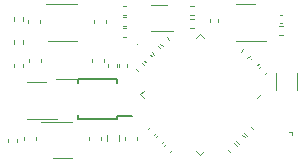
<source format=gbr>
%TF.GenerationSoftware,KiCad,Pcbnew,(6.0.4)*%
%TF.CreationDate,2022-08-13T13:22:29+02:00*%
%TF.ProjectId,mta1_usb,6d746131-5f75-4736-922e-6b696361645f,rev?*%
%TF.SameCoordinates,Original*%
%TF.FileFunction,Legend,Top*%
%TF.FilePolarity,Positive*%
%FSLAX46Y46*%
G04 Gerber Fmt 4.6, Leading zero omitted, Abs format (unit mm)*
G04 Created by KiCad (PCBNEW (6.0.4)) date 2022-08-13 13:22:29*
%MOMM*%
%LPD*%
G01*
G04 APERTURE LIST*
%ADD10C,0.120000*%
%ADD11C,0.100000*%
%ADD12C,0.050000*%
%ADD13C,0.150000*%
G04 APERTURE END LIST*
D10*
%TO.C,C7*%
X111810000Y-92757836D02*
X111810000Y-92542164D01*
X111090000Y-92757836D02*
X111090000Y-92542164D01*
%TO.C,C13*%
X111990000Y-92757836D02*
X111990000Y-92542164D01*
X112710000Y-92757836D02*
X112710000Y-92542164D01*
%TO.C,C16*%
X123678307Y-92630810D02*
X123830810Y-92478307D01*
X123169190Y-92121693D02*
X123321693Y-91969190D01*
%TO.C,C17*%
X114621693Y-97869190D02*
X114469190Y-98021693D01*
X115130810Y-98378307D02*
X114978307Y-98530810D01*
%TO.C,C18*%
X114130810Y-92571693D02*
X113978307Y-92419190D01*
X113621693Y-93080810D02*
X113469190Y-92928307D01*
%TO.C,C19*%
X124378307Y-93330810D02*
X124530810Y-93178307D01*
X123869190Y-92821693D02*
X124021693Y-92669190D01*
%TO.C,C20*%
X115830810Y-99078307D02*
X115678307Y-99230810D01*
X115321693Y-98569190D02*
X115169190Y-98721693D01*
%TO.C,C21*%
X116530810Y-99778307D02*
X116378307Y-99930810D01*
X116021693Y-99269190D02*
X115869190Y-99421693D01*
D11*
%TO.C,D1*%
X113640000Y-90850000D02*
G75*
G03*
X113640000Y-90850000I-50000J0D01*
G01*
D12*
%TO.C,D3*%
X126652780Y-98302300D02*
X126652780Y-98502960D01*
X126419100Y-98302300D02*
X126652780Y-98302300D01*
D10*
%TO.C,R1*%
X103930000Y-88546359D02*
X103930000Y-88853641D01*
X103170000Y-88546359D02*
X103170000Y-88853641D01*
%TO.C,R2*%
X103170000Y-92496359D02*
X103170000Y-92803641D01*
X103930000Y-92496359D02*
X103930000Y-92803641D01*
%TO.C,R16*%
X121760060Y-99222659D02*
X121977341Y-99439940D01*
X121222659Y-99760060D02*
X121439940Y-99977341D01*
%TO.C,R17*%
X122460060Y-98522659D02*
X122677341Y-98739940D01*
X121922659Y-99060060D02*
X122139940Y-99277341D01*
%TO.C,R18*%
X123160060Y-97822659D02*
X123377341Y-98039940D01*
X122622659Y-98360060D02*
X122839940Y-98577341D01*
%TO.C,R19*%
X123077341Y-91810060D02*
X122860060Y-92027341D01*
X122539940Y-91272659D02*
X122322659Y-91489940D01*
%TO.C,U5*%
X105000000Y-97160000D02*
X104200000Y-97160000D01*
X105000000Y-97160000D02*
X106800000Y-97160000D01*
X105000000Y-94040000D02*
X104200000Y-94040000D01*
X105000000Y-94040000D02*
X105800000Y-94040000D01*
%TO.C,U6*%
X118900000Y-100205311D02*
X118564124Y-99869435D01*
X123669435Y-95435876D02*
X124005311Y-95100000D01*
X118900000Y-89994689D02*
X119235876Y-90330565D01*
X114130565Y-94764124D02*
X113794689Y-95100000D01*
X119235876Y-99869435D02*
X118900000Y-100205311D01*
X118564124Y-90330565D02*
X118900000Y-89994689D01*
X113794689Y-95100000D02*
X114130565Y-95435876D01*
%TO.C,C6*%
X105453750Y-92059420D02*
X105453750Y-92340580D01*
X104433750Y-92059420D02*
X104433750Y-92340580D01*
%TO.C,C25*%
X112540000Y-98659420D02*
X112540000Y-98940580D01*
X113560000Y-98659420D02*
X113560000Y-98940580D01*
%TO.C,FB3*%
X110977500Y-98562742D02*
X110977500Y-99037258D01*
X112022500Y-98562742D02*
X112022500Y-99037258D01*
%TO.C,R22*%
X102620000Y-98846359D02*
X102620000Y-99153641D01*
X103380000Y-98846359D02*
X103380000Y-99153641D01*
%TO.C,R29*%
X103170000Y-90803641D02*
X103170000Y-90496359D01*
X103930000Y-90803641D02*
X103930000Y-90496359D01*
%TO.C,R20*%
X115522659Y-90810060D02*
X115739940Y-91027341D01*
X116060060Y-90272659D02*
X116277341Y-90489940D01*
%TO.C,C1*%
X104333750Y-88759420D02*
X104333750Y-89040580D01*
X105353750Y-88759420D02*
X105353750Y-89040580D01*
%TO.C,C5*%
X110960000Y-88759420D02*
X110960000Y-89040580D01*
X109940000Y-88759420D02*
X109940000Y-89040580D01*
%TO.C,U2*%
X107643750Y-90560000D02*
X106843750Y-90560000D01*
X107643750Y-87440000D02*
X105843750Y-87440000D01*
X107643750Y-90560000D02*
X108443750Y-90560000D01*
X107643750Y-87440000D02*
X108443750Y-87440000D01*
%TO.C,C4*%
X109490000Y-98659420D02*
X109490000Y-98940580D01*
X110510000Y-98659420D02*
X110510000Y-98940580D01*
%TO.C,C2*%
X104960000Y-98659420D02*
X104960000Y-98940580D01*
X103940000Y-98659420D02*
X103940000Y-98940580D01*
%TO.C,U1*%
X107250000Y-100510000D02*
X108050000Y-100510000D01*
X107250000Y-97390000D02*
X105450000Y-97390000D01*
X107250000Y-97390000D02*
X108050000Y-97390000D01*
X107250000Y-100510000D02*
X106450000Y-100510000D01*
%TO.C,C3*%
X110753750Y-92059420D02*
X110753750Y-92340580D01*
X109733750Y-92059420D02*
X109733750Y-92340580D01*
%TO.C,R3*%
X115310060Y-90972659D02*
X115527341Y-91189940D01*
X114772659Y-91510060D02*
X114989940Y-91727341D01*
%TO.C,C22*%
X114321693Y-92380810D02*
X114169190Y-92228307D01*
X114830810Y-91871693D02*
X114678307Y-91719190D01*
%TO.C,U9*%
X106693750Y-93810000D02*
X108493750Y-93810000D01*
X108493750Y-90590000D02*
X106043750Y-90590000D01*
%TO.C,R25*%
X118353641Y-87570000D02*
X118046359Y-87570000D01*
X118353641Y-88330000D02*
X118046359Y-88330000D01*
%TO.C,C23*%
X112607836Y-90210000D02*
X112392164Y-90210000D01*
X112607836Y-89490000D02*
X112392164Y-89490000D01*
D13*
%TO.C,U3*%
X111875000Y-93825000D02*
X108525000Y-93825000D01*
X108525000Y-97175000D02*
X108525000Y-96875000D01*
X108525000Y-93825000D02*
X108525000Y-94125000D01*
X111875000Y-97175000D02*
X111875000Y-96950000D01*
X111875000Y-93825000D02*
X111875000Y-94125000D01*
X111875000Y-97175000D02*
X108525000Y-97175000D01*
X111875000Y-96950000D02*
X113100000Y-96950000D01*
D10*
%TO.C,C26*%
X119690000Y-88957836D02*
X119690000Y-88742164D01*
X120410000Y-88957836D02*
X120410000Y-88742164D01*
%TO.C,R23*%
X118353641Y-88670000D02*
X118046359Y-88670000D01*
X118353641Y-89430000D02*
X118046359Y-89430000D01*
%TO.C,R26*%
X112346359Y-88520000D02*
X112653641Y-88520000D01*
X112346359Y-89280000D02*
X112653641Y-89280000D01*
%TO.C,U10*%
X122700000Y-90560000D02*
X121900000Y-90560000D01*
X122700000Y-87440000D02*
X123500000Y-87440000D01*
X122700000Y-87440000D02*
X121900000Y-87440000D01*
X122700000Y-90560000D02*
X124500000Y-90560000D01*
%TO.C,U8*%
X114700000Y-87500000D02*
X116100000Y-87500000D01*
X114700000Y-89700000D02*
X116625000Y-89700000D01*
%TO.C,R30*%
X125596359Y-90080000D02*
X125903641Y-90080000D01*
X125596359Y-89320000D02*
X125903641Y-89320000D01*
%TO.C,C27*%
X125642164Y-88340000D02*
X125857836Y-88340000D01*
X125642164Y-89060000D02*
X125857836Y-89060000D01*
%TO.C,C8*%
X127110000Y-94711252D02*
X127110000Y-93288748D01*
X125290000Y-94711252D02*
X125290000Y-93288748D01*
%TO.C,R24*%
X112346359Y-87570000D02*
X112653641Y-87570000D01*
X112346359Y-88330000D02*
X112653641Y-88330000D01*
%TD*%
M02*

</source>
